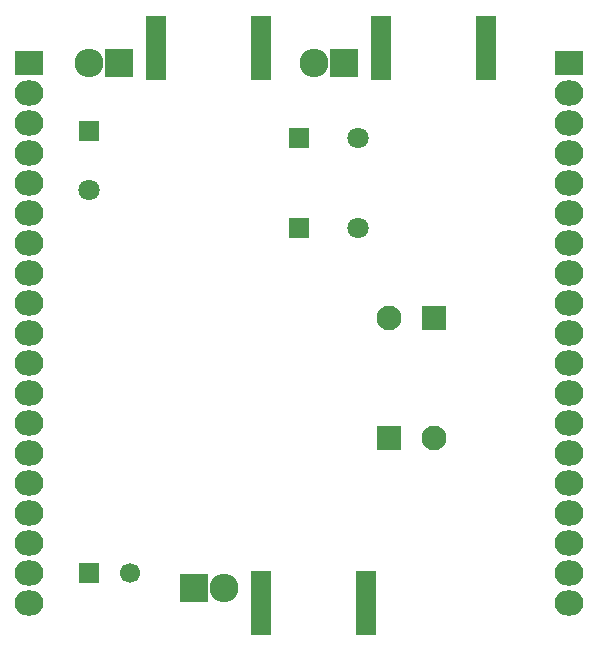
<source format=gbr>
G04 #@! TF.FileFunction,Soldermask,Bot*
%FSLAX46Y46*%
G04 Gerber Fmt 4.6, Leading zero omitted, Abs format (unit mm)*
G04 Created by KiCad (PCBNEW 4.0.4+e1-6308~48~ubuntu16.04.1-stable) date Wed Oct 12 15:54:31 2016*
%MOMM*%
%LPD*%
G01*
G04 APERTURE LIST*
%ADD10C,0.100000*%
%ADD11R,1.800000X1.800000*%
%ADD12C,1.800000*%
%ADD13C,2.099260*%
%ADD14R,2.099260X2.099260*%
%ADD15R,2.432000X2.127200*%
%ADD16O,2.432000X2.127200*%
%ADD17R,1.670000X5.480000*%
%ADD18C,1.700000*%
%ADD19R,1.700000X1.700000*%
%ADD20R,2.432000X2.432000*%
%ADD21O,2.432000X2.432000*%
G04 APERTURE END LIST*
D10*
D11*
X64770000Y-88265000D03*
D12*
X64770000Y-93265000D03*
D11*
X82550000Y-88900000D03*
D12*
X87550000Y-88900000D03*
D11*
X82550000Y-96520000D03*
D12*
X87550000Y-96520000D03*
D13*
X93982540Y-114300520D03*
D14*
X93982540Y-104140520D03*
D13*
X90167460Y-104139480D03*
D14*
X90167460Y-114299480D03*
D15*
X59690000Y-82550000D03*
D16*
X59690000Y-85090000D03*
X59690000Y-87630000D03*
X59690000Y-90170000D03*
X59690000Y-92710000D03*
X59690000Y-95250000D03*
X59690000Y-97790000D03*
X59690000Y-100330000D03*
X59690000Y-102870000D03*
X59690000Y-105410000D03*
X59690000Y-107950000D03*
X59690000Y-110490000D03*
X59690000Y-113030000D03*
X59690000Y-115570000D03*
X59690000Y-118110000D03*
X59690000Y-120650000D03*
X59690000Y-123190000D03*
X59690000Y-125730000D03*
X59690000Y-128270000D03*
D17*
X79375000Y-128270000D03*
X88265000Y-128270000D03*
X79375000Y-81280000D03*
X70485000Y-81280000D03*
X98425000Y-81280000D03*
X89535000Y-81280000D03*
D15*
X105410000Y-82550000D03*
D16*
X105410000Y-85090000D03*
X105410000Y-87630000D03*
X105410000Y-90170000D03*
X105410000Y-92710000D03*
X105410000Y-95250000D03*
X105410000Y-97790000D03*
X105410000Y-100330000D03*
X105410000Y-102870000D03*
X105410000Y-105410000D03*
X105410000Y-107950000D03*
X105410000Y-110490000D03*
X105410000Y-113030000D03*
X105410000Y-115570000D03*
X105410000Y-118110000D03*
X105410000Y-120650000D03*
X105410000Y-123190000D03*
X105410000Y-125730000D03*
X105410000Y-128270000D03*
D18*
X68270000Y-125730000D03*
D19*
X64770000Y-125730000D03*
D20*
X73660000Y-127000000D03*
D21*
X76200000Y-127000000D03*
D20*
X67310000Y-82550000D03*
D21*
X64770000Y-82550000D03*
D20*
X86360000Y-82550000D03*
D21*
X83820000Y-82550000D03*
M02*

</source>
